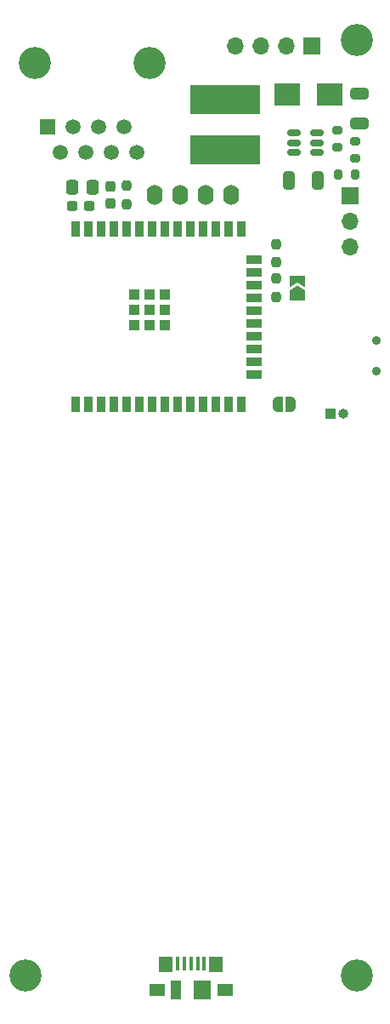
<source format=gbr>
%TF.GenerationSoftware,KiCad,Pcbnew,6.0.5-a6ca702e91~116~ubuntu20.04.1*%
%TF.CreationDate,2022-06-04T21:36:06-05:00*%
%TF.ProjectId,gpsOled,6770734f-6c65-4642-9e6b-696361645f70,rev?*%
%TF.SameCoordinates,Original*%
%TF.FileFunction,Soldermask,Bot*%
%TF.FilePolarity,Negative*%
%FSLAX46Y46*%
G04 Gerber Fmt 4.6, Leading zero omitted, Abs format (unit mm)*
G04 Created by KiCad (PCBNEW 6.0.5-a6ca702e91~116~ubuntu20.04.1) date 2022-06-04 21:36:06*
%MOMM*%
%LPD*%
G01*
G04 APERTURE LIST*
G04 Aperture macros list*
%AMRoundRect*
0 Rectangle with rounded corners*
0 $1 Rounding radius*
0 $2 $3 $4 $5 $6 $7 $8 $9 X,Y pos of 4 corners*
0 Add a 4 corners polygon primitive as box body*
4,1,4,$2,$3,$4,$5,$6,$7,$8,$9,$2,$3,0*
0 Add four circle primitives for the rounded corners*
1,1,$1+$1,$2,$3*
1,1,$1+$1,$4,$5*
1,1,$1+$1,$6,$7*
1,1,$1+$1,$8,$9*
0 Add four rect primitives between the rounded corners*
20,1,$1+$1,$2,$3,$4,$5,0*
20,1,$1+$1,$4,$5,$6,$7,0*
20,1,$1+$1,$6,$7,$8,$9,0*
20,1,$1+$1,$8,$9,$2,$3,0*%
%AMFreePoly0*
4,1,6,1.000000,0.000000,0.500000,-0.750000,-0.500000,-0.750000,-0.500000,0.750000,0.500000,0.750000,1.000000,0.000000,1.000000,0.000000,$1*%
%AMFreePoly1*
4,1,6,0.500000,-0.750000,-0.650000,-0.750000,-0.150000,0.000000,-0.650000,0.750000,0.500000,0.750000,0.500000,-0.750000,0.500000,-0.750000,$1*%
%AMFreePoly2*
4,1,22,0.500000,-0.750000,0.000000,-0.750000,0.000000,-0.745033,-0.079941,-0.743568,-0.215256,-0.701293,-0.333266,-0.622738,-0.424486,-0.514219,-0.481581,-0.384460,-0.499164,-0.250000,-0.500000,-0.250000,-0.500000,0.250000,-0.499164,0.250000,-0.499963,0.256109,-0.478152,0.396186,-0.417904,0.524511,-0.324060,0.630769,-0.204165,0.706417,-0.067858,0.745374,0.000000,0.744959,0.000000,0.750000,
0.500000,0.750000,0.500000,-0.750000,0.500000,-0.750000,$1*%
%AMFreePoly3*
4,1,20,0.000000,0.744959,0.073905,0.744508,0.209726,0.703889,0.328688,0.626782,0.421226,0.519385,0.479903,0.390333,0.500000,0.250000,0.500000,-0.250000,0.499851,-0.262216,0.476331,-0.402017,0.414519,-0.529596,0.319384,-0.634700,0.198574,-0.708877,0.061801,-0.746166,0.000000,-0.745033,0.000000,-0.750000,-0.500000,-0.750000,-0.500000,0.750000,0.000000,0.750000,0.000000,0.744959,
0.000000,0.744959,$1*%
G04 Aperture macros list end*
%ADD10RoundRect,0.237500X0.237500X-0.250000X0.237500X0.250000X-0.237500X0.250000X-0.237500X-0.250000X0*%
%ADD11FreePoly0,90.000000*%
%ADD12FreePoly1,90.000000*%
%ADD13C,3.200000*%
%ADD14O,1.600000X2.000000*%
%ADD15C,0.900000*%
%ADD16R,1.700000X1.700000*%
%ADD17O,1.700000X1.700000*%
%ADD18RoundRect,0.250000X-0.650000X0.325000X-0.650000X-0.325000X0.650000X-0.325000X0.650000X0.325000X0*%
%ADD19RoundRect,0.150000X0.512500X0.150000X-0.512500X0.150000X-0.512500X-0.150000X0.512500X-0.150000X0*%
%ADD20RoundRect,0.250000X-0.337500X-0.475000X0.337500X-0.475000X0.337500X0.475000X-0.337500X0.475000X0*%
%ADD21RoundRect,0.250000X-0.325000X-0.650000X0.325000X-0.650000X0.325000X0.650000X-0.325000X0.650000X0*%
%ADD22R,1.000000X1.000000*%
%ADD23O,1.000000X1.000000*%
%ADD24RoundRect,0.200000X-0.275000X0.200000X-0.275000X-0.200000X0.275000X-0.200000X0.275000X0.200000X0*%
%ADD25R,0.450000X1.380000*%
%ADD26R,1.650000X1.300000*%
%ADD27R,1.000000X1.900000*%
%ADD28R,1.425000X1.550000*%
%ADD29R,1.800000X1.900000*%
%ADD30RoundRect,0.237500X-0.237500X0.250000X-0.237500X-0.250000X0.237500X-0.250000X0.237500X0.250000X0*%
%ADD31R,7.000000X3.000000*%
%ADD32RoundRect,0.200000X0.200000X0.275000X-0.200000X0.275000X-0.200000X-0.275000X0.200000X-0.275000X0*%
%ADD33RoundRect,0.237500X0.237500X-0.300000X0.237500X0.300000X-0.237500X0.300000X-0.237500X-0.300000X0*%
%ADD34FreePoly2,180.000000*%
%ADD35FreePoly3,180.000000*%
%ADD36R,0.900000X1.500000*%
%ADD37R,1.500000X0.900000*%
%ADD38R,1.050000X1.050000*%
%ADD39R,1.500000X1.500000*%
%ADD40C,1.500000*%
%ADD41RoundRect,0.237500X-0.300000X-0.237500X0.300000X-0.237500X0.300000X0.237500X-0.300000X0.237500X0*%
%ADD42R,2.500000X2.300000*%
G04 APERTURE END LIST*
D10*
%TO.C,R14*%
X154440000Y-84592500D03*
X154440000Y-82767500D03*
%TD*%
%TO.C,R13*%
X154440000Y-88042500D03*
X154440000Y-86217500D03*
%TD*%
D11*
%TO.C,JP2*%
X156590000Y-87855000D03*
D12*
X156590000Y-86405000D03*
%TD*%
D13*
%TO.C,H2*%
X129490000Y-155480000D03*
%TD*%
%TO.C,H1*%
X162540000Y-62480000D03*
%TD*%
D14*
%TO.C,J4*%
X142380000Y-77900000D03*
X144920000Y-77900000D03*
X147460000Y-77900000D03*
X150000000Y-77900000D03*
%TD*%
D15*
%TO.C,SW1*%
X164445000Y-92380000D03*
X164445000Y-95380000D03*
%TD*%
D16*
%TO.C,J3*%
X161875000Y-77975000D03*
D17*
X161875000Y-80515000D03*
X161875000Y-83055000D03*
%TD*%
D13*
%TO.C,H3*%
X162490000Y-155480000D03*
%TD*%
D18*
%TO.C,C2*%
X162790000Y-67805000D03*
X162790000Y-70755000D03*
%TD*%
D19*
%TO.C,U1*%
X158527500Y-71730000D03*
X158527500Y-72680000D03*
X158527500Y-73630000D03*
X156252500Y-73630000D03*
X156252500Y-72680000D03*
X156252500Y-71730000D03*
%TD*%
D20*
%TO.C,C15*%
X134152500Y-77090000D03*
X136227500Y-77090000D03*
%TD*%
D21*
%TO.C,C1*%
X155715000Y-76480000D03*
X158665000Y-76480000D03*
%TD*%
D22*
%TO.C,J2*%
X159870000Y-99680000D03*
D23*
X161140000Y-99680000D03*
%TD*%
D24*
%TO.C,R11*%
X160590000Y-71455000D03*
X160590000Y-73105000D03*
%TD*%
D25*
%TO.C,J1*%
X147300000Y-154310000D03*
X146650000Y-154310000D03*
X146000000Y-154310000D03*
X145350000Y-154310000D03*
X144700000Y-154310000D03*
D26*
X142625000Y-156970000D03*
D27*
X144450000Y-156970000D03*
D28*
X148487500Y-154395000D03*
D26*
X149375000Y-156970000D03*
D28*
X143512500Y-154395000D03*
D29*
X147150000Y-156970000D03*
%TD*%
D30*
%TO.C,R10*%
X139590000Y-76967500D03*
X139590000Y-78792500D03*
%TD*%
D31*
%TO.C,L1*%
X149390000Y-73380000D03*
X149390000Y-68380000D03*
%TD*%
D32*
%TO.C,R2*%
X162315000Y-75880000D03*
X160665000Y-75880000D03*
%TD*%
D24*
%TO.C,R1*%
X162390000Y-72555000D03*
X162390000Y-74205000D03*
%TD*%
D33*
%TO.C,C14*%
X137990000Y-78742500D03*
X137990000Y-77017500D03*
%TD*%
D34*
%TO.C,JP1*%
X155960000Y-98740000D03*
D35*
X154660000Y-98740000D03*
%TD*%
D36*
%TO.C,U5*%
X134490000Y-81250000D03*
X135760000Y-81250000D03*
X137030000Y-81250000D03*
X138300000Y-81250000D03*
X139570000Y-81250000D03*
X140840000Y-81250000D03*
X142110000Y-81250000D03*
X143380000Y-81250000D03*
X144650000Y-81250000D03*
X145920000Y-81250000D03*
X147190000Y-81250000D03*
X148460000Y-81250000D03*
X149730000Y-81250000D03*
X151000000Y-81250000D03*
D37*
X152250000Y-84280000D03*
X152250000Y-85550000D03*
X152250000Y-86820000D03*
X152250000Y-88090000D03*
X152250000Y-89360000D03*
X152250000Y-90630000D03*
X152250000Y-91900000D03*
X152250000Y-93170000D03*
X152250000Y-94440000D03*
X152250000Y-95710000D03*
D36*
X151000000Y-98750000D03*
X149730000Y-98750000D03*
X148460000Y-98750000D03*
X147190000Y-98750000D03*
X145920000Y-98750000D03*
X144650000Y-98750000D03*
X143380000Y-98750000D03*
X142110000Y-98750000D03*
X140840000Y-98750000D03*
X139570000Y-98750000D03*
X138300000Y-98750000D03*
X137030000Y-98750000D03*
X135760000Y-98750000D03*
X134490000Y-98750000D03*
D38*
X143355000Y-89320000D03*
X143355000Y-87795000D03*
X143355000Y-90845000D03*
X140305000Y-89320000D03*
X141830000Y-90845000D03*
X141830000Y-89320000D03*
X140305000Y-90845000D03*
X140305000Y-87795000D03*
X141830000Y-87795000D03*
%TD*%
D13*
%TO.C,J5*%
X130447500Y-64750000D03*
X141877500Y-64750000D03*
D39*
X131717500Y-71100000D03*
D40*
X132987500Y-73640000D03*
X134257500Y-71100000D03*
X135527500Y-73640000D03*
X136797500Y-71100000D03*
X138067500Y-73640000D03*
X139337500Y-71100000D03*
X140607500Y-73640000D03*
%TD*%
D41*
%TO.C,C16*%
X134127500Y-78980000D03*
X135852500Y-78980000D03*
%TD*%
D16*
%TO.C,J6*%
X158000000Y-63100000D03*
D17*
X155460000Y-63100000D03*
X152920000Y-63100000D03*
X150380000Y-63100000D03*
%TD*%
D42*
%TO.C,D1*%
X159840000Y-67880000D03*
X155540000Y-67880000D03*
%TD*%
M02*

</source>
